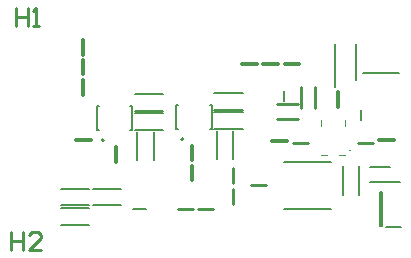
<source format=gto>
G04*
G04 #@! TF.GenerationSoftware,Altium Limited,Altium Designer,20.0.2 (26)*
G04*
G04 Layer_Color=65535*
%FSLAX25Y25*%
%MOIN*%
G70*
G01*
G75*
%ADD10C,0.00787*%
%ADD11C,0.00394*%
%ADD12C,0.00600*%
%ADD13C,0.01200*%
%ADD14C,0.00500*%
%ADD15C,0.01000*%
D10*
X42225Y35202D02*
G03*
X42225Y35202I-394J0D01*
G01*
X15725Y34852D02*
G03*
X15725Y34852I-394J0D01*
G01*
X92608Y52496D02*
Y66905D01*
X99892Y55094D02*
Y66905D01*
X104353Y21089D02*
X114393D01*
X104353Y26011D02*
X111047D01*
X102016Y57350D02*
X113984D01*
X107706Y6291D02*
X108494D01*
X107706D02*
Y17709D01*
X108494D01*
Y6291D02*
Y17709D01*
X109872Y5957D02*
X114596D01*
X25483Y12100D02*
X29617D01*
X75776Y27624D02*
X91524D01*
X75776Y11876D02*
X91524D01*
D11*
X97937Y31409D02*
G03*
X97543Y31409I-197J0D01*
G01*
D02*
G03*
X97937Y31409I197J0D01*
G01*
X88095Y29933D02*
X90063D01*
X94000D02*
X95969D01*
X88095Y39775D02*
Y41744D01*
X95969Y39775D02*
Y41744D01*
D12*
X1426Y13194D02*
X10874D01*
X1426Y18706D02*
X10874D01*
X100806Y16726D02*
Y26174D01*
X95294Y16726D02*
Y26174D01*
X52526Y44994D02*
X61974D01*
X52526Y50506D02*
X61974D01*
X58856Y28526D02*
Y37974D01*
X53344Y28526D02*
Y37974D01*
X52576Y38744D02*
X62024D01*
X52576Y44256D02*
X62024D01*
X1426Y12306D02*
X10874D01*
X1426Y6794D02*
X10874D01*
X12076Y13194D02*
X21524D01*
X12076Y18706D02*
X21524D01*
X75749Y48125D02*
Y51275D01*
X101499Y41725D02*
Y44875D01*
X26026Y50156D02*
X35474D01*
X26026Y44644D02*
X35474D01*
X26076Y43906D02*
X35524D01*
X26076Y38394D02*
X35524D01*
X26844Y28176D02*
Y37624D01*
X32356Y28176D02*
Y37624D01*
D13*
X45149Y21540D02*
Y26460D01*
X68865Y60301D02*
X73786D01*
X75940D02*
X80861D01*
X45149Y28190D02*
Y33110D01*
X61790Y60301D02*
X66711D01*
X8751Y56840D02*
Y61760D01*
X107389Y34901D02*
X112311D01*
X19699Y27740D02*
Y32660D01*
X71890Y34701D02*
X76810D01*
X93701Y46139D02*
Y51060D01*
X8751Y63289D02*
Y68211D01*
X6340Y35149D02*
X11260D01*
X8751Y49940D02*
Y54861D01*
D14*
X50965Y46620D02*
X51674D01*
Y38746D02*
Y46620D01*
X50965Y38746D02*
X51674D01*
X39863Y46620D02*
X40572D01*
X39863Y38746D02*
Y46620D01*
Y38746D02*
X40572D01*
X13363Y38396D02*
X14072D01*
X13363D02*
Y46270D01*
X14072D01*
X24465Y38396D02*
X25174D01*
Y46270D01*
X24465D02*
X25174D01*
D15*
X78800Y34058D02*
X83800D01*
X100250D02*
X105250D01*
X47150Y12050D02*
X52150D01*
X58754Y13750D02*
Y18750D01*
X40250Y12050D02*
X45250D01*
X58754Y20638D02*
Y25638D01*
X64800Y20100D02*
X69800D01*
X73257Y42138D02*
X80343D01*
X73257Y46862D02*
X80343D01*
X86012Y45557D02*
Y52643D01*
X81288Y45557D02*
Y52643D01*
X-15150Y4198D02*
Y-1800D01*
Y1199D01*
X-11151D01*
Y4198D01*
Y-1800D01*
X-5153D02*
X-9152D01*
X-5153Y2199D01*
Y3198D01*
X-6153Y4198D01*
X-8152D01*
X-9152Y3198D01*
X-13750Y79098D02*
Y73100D01*
Y76099D01*
X-9751D01*
Y79098D01*
Y73100D01*
X-7752D02*
X-5753D01*
X-6752D01*
Y79098D01*
X-7752Y78098D01*
M02*

</source>
